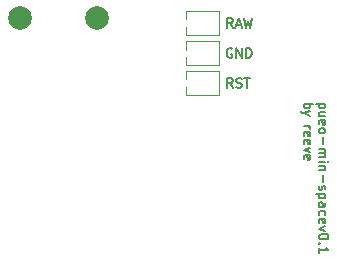
<source format=gbr>
%TF.GenerationSoftware,KiCad,Pcbnew,8.0.5*%
%TF.CreationDate,2024-09-24T21:25:47+10:00*%
%TF.ProjectId,pueo-min-space,7075656f-2d6d-4696-9e2d-73706163652e,0.1*%
%TF.SameCoordinates,Original*%
%TF.FileFunction,Legend,Top*%
%TF.FilePolarity,Positive*%
%FSLAX46Y46*%
G04 Gerber Fmt 4.6, Leading zero omitted, Abs format (unit mm)*
G04 Created by KiCad (PCBNEW 8.0.5) date 2024-09-24 21:25:47*
%MOMM*%
%LPD*%
G01*
G04 APERTURE LIST*
%ADD10C,0.150000*%
%ADD11C,0.120000*%
%ADD12C,2.000000*%
G04 APERTURE END LIST*
D10*
X186219993Y-59806160D02*
X185419993Y-59806160D01*
X186181897Y-59806160D02*
X186219993Y-59882350D01*
X186219993Y-59882350D02*
X186219993Y-60034731D01*
X186219993Y-60034731D02*
X186181897Y-60110922D01*
X186181897Y-60110922D02*
X186143802Y-60149017D01*
X186143802Y-60149017D02*
X186067612Y-60187112D01*
X186067612Y-60187112D02*
X185839040Y-60187112D01*
X185839040Y-60187112D02*
X185762850Y-60149017D01*
X185762850Y-60149017D02*
X185724755Y-60110922D01*
X185724755Y-60110922D02*
X185686659Y-60034731D01*
X185686659Y-60034731D02*
X185686659Y-59882350D01*
X185686659Y-59882350D02*
X185724755Y-59806160D01*
X186219993Y-60872827D02*
X185686659Y-60872827D01*
X186219993Y-60529970D02*
X185800945Y-60529970D01*
X185800945Y-60529970D02*
X185724755Y-60568065D01*
X185724755Y-60568065D02*
X185686659Y-60644255D01*
X185686659Y-60644255D02*
X185686659Y-60758541D01*
X185686659Y-60758541D02*
X185724755Y-60834732D01*
X185724755Y-60834732D02*
X185762850Y-60872827D01*
X185724755Y-61558542D02*
X185686659Y-61482351D01*
X185686659Y-61482351D02*
X185686659Y-61329970D01*
X185686659Y-61329970D02*
X185724755Y-61253780D01*
X185724755Y-61253780D02*
X185800945Y-61215684D01*
X185800945Y-61215684D02*
X186105707Y-61215684D01*
X186105707Y-61215684D02*
X186181897Y-61253780D01*
X186181897Y-61253780D02*
X186219993Y-61329970D01*
X186219993Y-61329970D02*
X186219993Y-61482351D01*
X186219993Y-61482351D02*
X186181897Y-61558542D01*
X186181897Y-61558542D02*
X186105707Y-61596637D01*
X186105707Y-61596637D02*
X186029516Y-61596637D01*
X186029516Y-61596637D02*
X185953326Y-61215684D01*
X185686659Y-62053779D02*
X185724755Y-61977589D01*
X185724755Y-61977589D02*
X185762850Y-61939494D01*
X185762850Y-61939494D02*
X185839040Y-61901398D01*
X185839040Y-61901398D02*
X186067612Y-61901398D01*
X186067612Y-61901398D02*
X186143802Y-61939494D01*
X186143802Y-61939494D02*
X186181897Y-61977589D01*
X186181897Y-61977589D02*
X186219993Y-62053779D01*
X186219993Y-62053779D02*
X186219993Y-62168065D01*
X186219993Y-62168065D02*
X186181897Y-62244256D01*
X186181897Y-62244256D02*
X186143802Y-62282351D01*
X186143802Y-62282351D02*
X186067612Y-62320446D01*
X186067612Y-62320446D02*
X185839040Y-62320446D01*
X185839040Y-62320446D02*
X185762850Y-62282351D01*
X185762850Y-62282351D02*
X185724755Y-62244256D01*
X185724755Y-62244256D02*
X185686659Y-62168065D01*
X185686659Y-62168065D02*
X185686659Y-62053779D01*
X185991421Y-62663304D02*
X185991421Y-63272828D01*
X185686659Y-63653780D02*
X186219993Y-63653780D01*
X186143802Y-63653780D02*
X186181897Y-63691875D01*
X186181897Y-63691875D02*
X186219993Y-63768065D01*
X186219993Y-63768065D02*
X186219993Y-63882351D01*
X186219993Y-63882351D02*
X186181897Y-63958542D01*
X186181897Y-63958542D02*
X186105707Y-63996637D01*
X186105707Y-63996637D02*
X185686659Y-63996637D01*
X186105707Y-63996637D02*
X186181897Y-64034732D01*
X186181897Y-64034732D02*
X186219993Y-64110923D01*
X186219993Y-64110923D02*
X186219993Y-64225208D01*
X186219993Y-64225208D02*
X186181897Y-64301399D01*
X186181897Y-64301399D02*
X186105707Y-64339494D01*
X186105707Y-64339494D02*
X185686659Y-64339494D01*
X185686659Y-64720447D02*
X186219993Y-64720447D01*
X186486659Y-64720447D02*
X186448564Y-64682351D01*
X186448564Y-64682351D02*
X186410469Y-64720447D01*
X186410469Y-64720447D02*
X186448564Y-64758542D01*
X186448564Y-64758542D02*
X186486659Y-64720447D01*
X186486659Y-64720447D02*
X186410469Y-64720447D01*
X186219993Y-65101399D02*
X185686659Y-65101399D01*
X186143802Y-65101399D02*
X186181897Y-65139494D01*
X186181897Y-65139494D02*
X186219993Y-65215684D01*
X186219993Y-65215684D02*
X186219993Y-65329970D01*
X186219993Y-65329970D02*
X186181897Y-65406161D01*
X186181897Y-65406161D02*
X186105707Y-65444256D01*
X186105707Y-65444256D02*
X185686659Y-65444256D01*
X185991421Y-65825209D02*
X185991421Y-66434733D01*
X185724755Y-66777589D02*
X185686659Y-66853780D01*
X185686659Y-66853780D02*
X185686659Y-67006161D01*
X185686659Y-67006161D02*
X185724755Y-67082351D01*
X185724755Y-67082351D02*
X185800945Y-67120447D01*
X185800945Y-67120447D02*
X185839040Y-67120447D01*
X185839040Y-67120447D02*
X185915231Y-67082351D01*
X185915231Y-67082351D02*
X185953326Y-67006161D01*
X185953326Y-67006161D02*
X185953326Y-66891875D01*
X185953326Y-66891875D02*
X185991421Y-66815685D01*
X185991421Y-66815685D02*
X186067612Y-66777589D01*
X186067612Y-66777589D02*
X186105707Y-66777589D01*
X186105707Y-66777589D02*
X186181897Y-66815685D01*
X186181897Y-66815685D02*
X186219993Y-66891875D01*
X186219993Y-66891875D02*
X186219993Y-67006161D01*
X186219993Y-67006161D02*
X186181897Y-67082351D01*
X186219993Y-67463304D02*
X185419993Y-67463304D01*
X186181897Y-67463304D02*
X186219993Y-67539494D01*
X186219993Y-67539494D02*
X186219993Y-67691875D01*
X186219993Y-67691875D02*
X186181897Y-67768066D01*
X186181897Y-67768066D02*
X186143802Y-67806161D01*
X186143802Y-67806161D02*
X186067612Y-67844256D01*
X186067612Y-67844256D02*
X185839040Y-67844256D01*
X185839040Y-67844256D02*
X185762850Y-67806161D01*
X185762850Y-67806161D02*
X185724755Y-67768066D01*
X185724755Y-67768066D02*
X185686659Y-67691875D01*
X185686659Y-67691875D02*
X185686659Y-67539494D01*
X185686659Y-67539494D02*
X185724755Y-67463304D01*
X185686659Y-68529971D02*
X186105707Y-68529971D01*
X186105707Y-68529971D02*
X186181897Y-68491876D01*
X186181897Y-68491876D02*
X186219993Y-68415685D01*
X186219993Y-68415685D02*
X186219993Y-68263304D01*
X186219993Y-68263304D02*
X186181897Y-68187114D01*
X185724755Y-68529971D02*
X185686659Y-68453780D01*
X185686659Y-68453780D02*
X185686659Y-68263304D01*
X185686659Y-68263304D02*
X185724755Y-68187114D01*
X185724755Y-68187114D02*
X185800945Y-68149018D01*
X185800945Y-68149018D02*
X185877135Y-68149018D01*
X185877135Y-68149018D02*
X185953326Y-68187114D01*
X185953326Y-68187114D02*
X185991421Y-68263304D01*
X185991421Y-68263304D02*
X185991421Y-68453780D01*
X185991421Y-68453780D02*
X186029516Y-68529971D01*
X185724755Y-69253781D02*
X185686659Y-69177590D01*
X185686659Y-69177590D02*
X185686659Y-69025209D01*
X185686659Y-69025209D02*
X185724755Y-68949019D01*
X185724755Y-68949019D02*
X185762850Y-68910924D01*
X185762850Y-68910924D02*
X185839040Y-68872828D01*
X185839040Y-68872828D02*
X186067612Y-68872828D01*
X186067612Y-68872828D02*
X186143802Y-68910924D01*
X186143802Y-68910924D02*
X186181897Y-68949019D01*
X186181897Y-68949019D02*
X186219993Y-69025209D01*
X186219993Y-69025209D02*
X186219993Y-69177590D01*
X186219993Y-69177590D02*
X186181897Y-69253781D01*
X185724755Y-69901400D02*
X185686659Y-69825209D01*
X185686659Y-69825209D02*
X185686659Y-69672828D01*
X185686659Y-69672828D02*
X185724755Y-69596638D01*
X185724755Y-69596638D02*
X185800945Y-69558542D01*
X185800945Y-69558542D02*
X186105707Y-69558542D01*
X186105707Y-69558542D02*
X186181897Y-69596638D01*
X186181897Y-69596638D02*
X186219993Y-69672828D01*
X186219993Y-69672828D02*
X186219993Y-69825209D01*
X186219993Y-69825209D02*
X186181897Y-69901400D01*
X186181897Y-69901400D02*
X186105707Y-69939495D01*
X186105707Y-69939495D02*
X186029516Y-69939495D01*
X186029516Y-69939495D02*
X185953326Y-69558542D01*
X186219993Y-70206161D02*
X185686659Y-70396637D01*
X185686659Y-70396637D02*
X186219993Y-70587114D01*
X186486659Y-71044257D02*
X186486659Y-71120447D01*
X186486659Y-71120447D02*
X186448564Y-71196638D01*
X186448564Y-71196638D02*
X186410469Y-71234733D01*
X186410469Y-71234733D02*
X186334278Y-71272828D01*
X186334278Y-71272828D02*
X186181897Y-71310923D01*
X186181897Y-71310923D02*
X185991421Y-71310923D01*
X185991421Y-71310923D02*
X185839040Y-71272828D01*
X185839040Y-71272828D02*
X185762850Y-71234733D01*
X185762850Y-71234733D02*
X185724755Y-71196638D01*
X185724755Y-71196638D02*
X185686659Y-71120447D01*
X185686659Y-71120447D02*
X185686659Y-71044257D01*
X185686659Y-71044257D02*
X185724755Y-70968066D01*
X185724755Y-70968066D02*
X185762850Y-70929971D01*
X185762850Y-70929971D02*
X185839040Y-70891876D01*
X185839040Y-70891876D02*
X185991421Y-70853780D01*
X185991421Y-70853780D02*
X186181897Y-70853780D01*
X186181897Y-70853780D02*
X186334278Y-70891876D01*
X186334278Y-70891876D02*
X186410469Y-70929971D01*
X186410469Y-70929971D02*
X186448564Y-70968066D01*
X186448564Y-70968066D02*
X186486659Y-71044257D01*
X185762850Y-71653781D02*
X185724755Y-71691876D01*
X185724755Y-71691876D02*
X185686659Y-71653781D01*
X185686659Y-71653781D02*
X185724755Y-71615685D01*
X185724755Y-71615685D02*
X185762850Y-71653781D01*
X185762850Y-71653781D02*
X185686659Y-71653781D01*
X185686659Y-72453780D02*
X185686659Y-71996637D01*
X185686659Y-72225209D02*
X186486659Y-72225209D01*
X186486659Y-72225209D02*
X186372374Y-72149018D01*
X186372374Y-72149018D02*
X186296183Y-72072828D01*
X186296183Y-72072828D02*
X186258088Y-71996637D01*
X184398704Y-59806160D02*
X185198704Y-59806160D01*
X184893942Y-59806160D02*
X184932038Y-59882350D01*
X184932038Y-59882350D02*
X184932038Y-60034731D01*
X184932038Y-60034731D02*
X184893942Y-60110922D01*
X184893942Y-60110922D02*
X184855847Y-60149017D01*
X184855847Y-60149017D02*
X184779657Y-60187112D01*
X184779657Y-60187112D02*
X184551085Y-60187112D01*
X184551085Y-60187112D02*
X184474895Y-60149017D01*
X184474895Y-60149017D02*
X184436800Y-60110922D01*
X184436800Y-60110922D02*
X184398704Y-60034731D01*
X184398704Y-60034731D02*
X184398704Y-59882350D01*
X184398704Y-59882350D02*
X184436800Y-59806160D01*
X184932038Y-60453779D02*
X184398704Y-60644255D01*
X184932038Y-60834732D02*
X184398704Y-60644255D01*
X184398704Y-60644255D02*
X184208228Y-60568065D01*
X184208228Y-60568065D02*
X184170133Y-60529970D01*
X184170133Y-60529970D02*
X184132038Y-60453779D01*
X184398704Y-61749018D02*
X184932038Y-61749018D01*
X184779657Y-61749018D02*
X184855847Y-61787113D01*
X184855847Y-61787113D02*
X184893942Y-61825208D01*
X184893942Y-61825208D02*
X184932038Y-61901399D01*
X184932038Y-61901399D02*
X184932038Y-61977589D01*
X184436800Y-62549018D02*
X184398704Y-62472827D01*
X184398704Y-62472827D02*
X184398704Y-62320446D01*
X184398704Y-62320446D02*
X184436800Y-62244256D01*
X184436800Y-62244256D02*
X184512990Y-62206160D01*
X184512990Y-62206160D02*
X184817752Y-62206160D01*
X184817752Y-62206160D02*
X184893942Y-62244256D01*
X184893942Y-62244256D02*
X184932038Y-62320446D01*
X184932038Y-62320446D02*
X184932038Y-62472827D01*
X184932038Y-62472827D02*
X184893942Y-62549018D01*
X184893942Y-62549018D02*
X184817752Y-62587113D01*
X184817752Y-62587113D02*
X184741561Y-62587113D01*
X184741561Y-62587113D02*
X184665371Y-62206160D01*
X184436800Y-63234732D02*
X184398704Y-63158541D01*
X184398704Y-63158541D02*
X184398704Y-63006160D01*
X184398704Y-63006160D02*
X184436800Y-62929970D01*
X184436800Y-62929970D02*
X184512990Y-62891874D01*
X184512990Y-62891874D02*
X184817752Y-62891874D01*
X184817752Y-62891874D02*
X184893942Y-62929970D01*
X184893942Y-62929970D02*
X184932038Y-63006160D01*
X184932038Y-63006160D02*
X184932038Y-63158541D01*
X184932038Y-63158541D02*
X184893942Y-63234732D01*
X184893942Y-63234732D02*
X184817752Y-63272827D01*
X184817752Y-63272827D02*
X184741561Y-63272827D01*
X184741561Y-63272827D02*
X184665371Y-62891874D01*
X184932038Y-63539493D02*
X184398704Y-63729969D01*
X184398704Y-63729969D02*
X184932038Y-63920446D01*
X184436800Y-64529970D02*
X184398704Y-64453779D01*
X184398704Y-64453779D02*
X184398704Y-64301398D01*
X184398704Y-64301398D02*
X184436800Y-64225208D01*
X184436800Y-64225208D02*
X184512990Y-64187112D01*
X184512990Y-64187112D02*
X184817752Y-64187112D01*
X184817752Y-64187112D02*
X184893942Y-64225208D01*
X184893942Y-64225208D02*
X184932038Y-64301398D01*
X184932038Y-64301398D02*
X184932038Y-64453779D01*
X184932038Y-64453779D02*
X184893942Y-64529970D01*
X184893942Y-64529970D02*
X184817752Y-64568065D01*
X184817752Y-64568065D02*
X184741561Y-64568065D01*
X184741561Y-64568065D02*
X184665371Y-64187112D01*
X178372742Y-53375206D02*
X178106075Y-52994253D01*
X177915599Y-53375206D02*
X177915599Y-52575206D01*
X177915599Y-52575206D02*
X178220361Y-52575206D01*
X178220361Y-52575206D02*
X178296551Y-52613301D01*
X178296551Y-52613301D02*
X178334646Y-52651396D01*
X178334646Y-52651396D02*
X178372742Y-52727587D01*
X178372742Y-52727587D02*
X178372742Y-52841872D01*
X178372742Y-52841872D02*
X178334646Y-52918063D01*
X178334646Y-52918063D02*
X178296551Y-52956158D01*
X178296551Y-52956158D02*
X178220361Y-52994253D01*
X178220361Y-52994253D02*
X177915599Y-52994253D01*
X178677503Y-53146634D02*
X179058456Y-53146634D01*
X178601313Y-53375206D02*
X178867980Y-52575206D01*
X178867980Y-52575206D02*
X179134646Y-53375206D01*
X179325122Y-52575206D02*
X179515598Y-53375206D01*
X179515598Y-53375206D02*
X179667979Y-52803777D01*
X179667979Y-52803777D02*
X179820360Y-53375206D01*
X179820360Y-53375206D02*
X180010837Y-52575206D01*
X178372739Y-58455208D02*
X178106072Y-58074255D01*
X177915596Y-58455208D02*
X177915596Y-57655208D01*
X177915596Y-57655208D02*
X178220358Y-57655208D01*
X178220358Y-57655208D02*
X178296548Y-57693303D01*
X178296548Y-57693303D02*
X178334643Y-57731398D01*
X178334643Y-57731398D02*
X178372739Y-57807589D01*
X178372739Y-57807589D02*
X178372739Y-57921874D01*
X178372739Y-57921874D02*
X178334643Y-57998065D01*
X178334643Y-57998065D02*
X178296548Y-58036160D01*
X178296548Y-58036160D02*
X178220358Y-58074255D01*
X178220358Y-58074255D02*
X177915596Y-58074255D01*
X178677500Y-58417113D02*
X178791786Y-58455208D01*
X178791786Y-58455208D02*
X178982262Y-58455208D01*
X178982262Y-58455208D02*
X179058453Y-58417113D01*
X179058453Y-58417113D02*
X179096548Y-58379017D01*
X179096548Y-58379017D02*
X179134643Y-58302827D01*
X179134643Y-58302827D02*
X179134643Y-58226636D01*
X179134643Y-58226636D02*
X179096548Y-58150446D01*
X179096548Y-58150446D02*
X179058453Y-58112351D01*
X179058453Y-58112351D02*
X178982262Y-58074255D01*
X178982262Y-58074255D02*
X178829881Y-58036160D01*
X178829881Y-58036160D02*
X178753691Y-57998065D01*
X178753691Y-57998065D02*
X178715596Y-57959970D01*
X178715596Y-57959970D02*
X178677500Y-57883779D01*
X178677500Y-57883779D02*
X178677500Y-57807589D01*
X178677500Y-57807589D02*
X178715596Y-57731398D01*
X178715596Y-57731398D02*
X178753691Y-57693303D01*
X178753691Y-57693303D02*
X178829881Y-57655208D01*
X178829881Y-57655208D02*
X179020358Y-57655208D01*
X179020358Y-57655208D02*
X179134643Y-57693303D01*
X179363215Y-57655208D02*
X179820358Y-57655208D01*
X179591786Y-58455208D02*
X179591786Y-57655208D01*
X178315594Y-55153301D02*
X178239404Y-55115206D01*
X178239404Y-55115206D02*
X178125118Y-55115206D01*
X178125118Y-55115206D02*
X178010832Y-55153301D01*
X178010832Y-55153301D02*
X177934642Y-55229491D01*
X177934642Y-55229491D02*
X177896547Y-55305682D01*
X177896547Y-55305682D02*
X177858451Y-55458063D01*
X177858451Y-55458063D02*
X177858451Y-55572349D01*
X177858451Y-55572349D02*
X177896547Y-55724730D01*
X177896547Y-55724730D02*
X177934642Y-55800920D01*
X177934642Y-55800920D02*
X178010832Y-55877111D01*
X178010832Y-55877111D02*
X178125118Y-55915206D01*
X178125118Y-55915206D02*
X178201309Y-55915206D01*
X178201309Y-55915206D02*
X178315594Y-55877111D01*
X178315594Y-55877111D02*
X178353690Y-55839015D01*
X178353690Y-55839015D02*
X178353690Y-55572349D01*
X178353690Y-55572349D02*
X178201309Y-55572349D01*
X178696547Y-55915206D02*
X178696547Y-55115206D01*
X178696547Y-55115206D02*
X179153690Y-55915206D01*
X179153690Y-55915206D02*
X179153690Y-55115206D01*
X179534642Y-55915206D02*
X179534642Y-55115206D01*
X179534642Y-55115206D02*
X179725118Y-55115206D01*
X179725118Y-55115206D02*
X179839404Y-55153301D01*
X179839404Y-55153301D02*
X179915594Y-55229491D01*
X179915594Y-55229491D02*
X179953689Y-55305682D01*
X179953689Y-55305682D02*
X179991785Y-55458063D01*
X179991785Y-55458063D02*
X179991785Y-55572349D01*
X179991785Y-55572349D02*
X179953689Y-55724730D01*
X179953689Y-55724730D02*
X179915594Y-55800920D01*
X179915594Y-55800920D02*
X179839404Y-55877111D01*
X179839404Y-55877111D02*
X179725118Y-55915206D01*
X179725118Y-55915206D02*
X179534642Y-55915206D01*
D11*
%TO.C,MCU1*%
X174385830Y-55232914D02*
X174385832Y-54552912D01*
X174385832Y-54012912D02*
X174385834Y-53332911D01*
X174385832Y-54552912D02*
X177185831Y-54552913D01*
X174385833Y-52682911D02*
X174385834Y-52012908D01*
X174385833Y-56552910D02*
X174385833Y-55882912D01*
X174385833Y-57092911D02*
X177185831Y-57092913D01*
X174385833Y-57757911D02*
X174385833Y-57092911D01*
X174385833Y-59092911D02*
X174385833Y-58407912D01*
X174385834Y-52012908D02*
X177185833Y-52012911D01*
X177185831Y-54552913D02*
X177185834Y-56552912D01*
X177185831Y-57092913D02*
X177185832Y-59092911D01*
X177185832Y-54012910D02*
X174385832Y-54012912D01*
X177185832Y-59092911D02*
X174385833Y-59092911D01*
X177185833Y-52012911D02*
X177185832Y-54012910D01*
X177185834Y-56552912D02*
X174385833Y-56552910D01*
%TD*%
D12*
%TO.C,SW16*%
X160355000Y-52582000D03*
X166855000Y-52582000D03*
%TD*%
M02*

</source>
